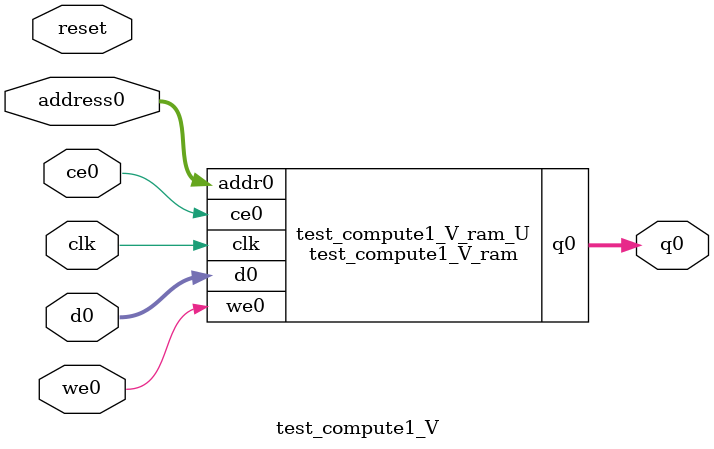
<source format=v>
`timescale 1 ns / 1 ps
module test_compute1_V_ram (addr0, ce0, d0, we0, q0,  clk);

parameter DWIDTH = 32;
parameter AWIDTH = 5;
parameter MEM_SIZE = 26;

input[AWIDTH-1:0] addr0;
input ce0;
input[DWIDTH-1:0] d0;
input we0;
output reg[DWIDTH-1:0] q0;
input clk;

(* ram_style = "distributed" *)reg [DWIDTH-1:0] ram[0:MEM_SIZE-1];




always @(posedge clk)  
begin 
    if (ce0) begin
        if (we0) 
            ram[addr0] <= d0; 
        q0 <= ram[addr0];
    end
end


endmodule

`timescale 1 ns / 1 ps
module test_compute1_V(
    reset,
    clk,
    address0,
    ce0,
    we0,
    d0,
    q0);

parameter DataWidth = 32'd32;
parameter AddressRange = 32'd26;
parameter AddressWidth = 32'd5;
input reset;
input clk;
input[AddressWidth - 1:0] address0;
input ce0;
input we0;
input[DataWidth - 1:0] d0;
output[DataWidth - 1:0] q0;



test_compute1_V_ram test_compute1_V_ram_U(
    .clk( clk ),
    .addr0( address0 ),
    .ce0( ce0 ),
    .we0( we0 ),
    .d0( d0 ),
    .q0( q0 ));

endmodule


</source>
